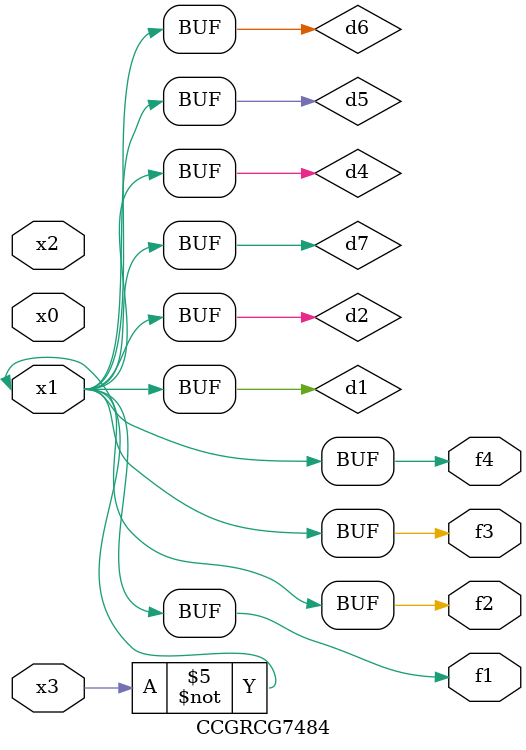
<source format=v>
module CCGRCG7484(
	input x0, x1, x2, x3,
	output f1, f2, f3, f4
);

	wire d1, d2, d3, d4, d5, d6, d7;

	not (d1, x3);
	buf (d2, x1);
	xnor (d3, d1, d2);
	nor (d4, d1);
	buf (d5, d1, d2);
	buf (d6, d4, d5);
	nand (d7, d4);
	assign f1 = d6;
	assign f2 = d7;
	assign f3 = d6;
	assign f4 = d6;
endmodule

</source>
